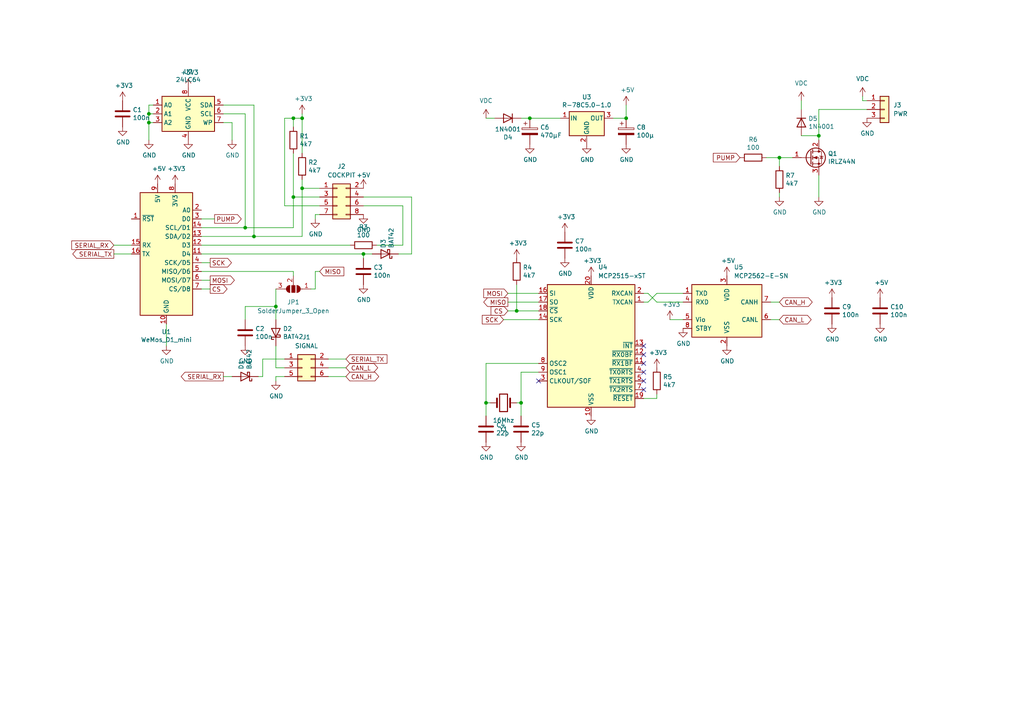
<source format=kicad_sch>
(kicad_sch (version 20211123) (generator eeschema)
  (paper "A4")
  (title_block (title "KTM CAN Oiler") (date "2022-01-17") (rev "1.3") (company "Marcel Peterkau"))
  (lib_symbols
    (symbol "Connector_Generic:Conn_01x03" (pin_names (offset 1.016) hide)
      (property "Reference" "J" (at 0 5.08 0))
      (property "Value" "Conn_01x03" (at 0 -5.08 0))
      (symbol "Conn_01x03_1_1"
        (rectangle (start -1.27 -2.413) (end 0 -2.667) (stroke (width 0.1524)))
        (rectangle (start -1.27 0.127) (end 0 -0.127) (stroke (width 0.1524)))
        (rectangle (start -1.27 2.667) (end 0 2.413) (stroke (width 0.1524)))
        (rectangle (start -1.27 3.81) (end 1.27 -3.81) (stroke (width 0.254)) (fill (type background)))
        (pin passive line (at -5.08 2.54 0) (length 3.81) (name "Pin_1") (number "1"))
        (pin passive line (at -5.08 0 0) (length 3.81) (name "Pin_2") (number "2"))
        (pin passive line (at -5.08 -2.54 0) (length 3.81) (name "Pin_3") (number "3"))
      )
    )
    (symbol "Connector_Generic:Conn_02x03_Odd_Even" (pin_names (offset 1.016) hide)
      (property "Reference" "J" (at 1.27 5.08 0))
      (property "Value" "Conn_02x03_Odd_Even" (at 1.27 -5.08 0))
      (symbol "Conn_02x03_Odd_Even_1_1"
        (rectangle (start -1.27 -2.413) (end 0 -2.667) (stroke (width 0.1524)))
        (rectangle (start -1.27 0.127) (end 0 -0.127) (stroke (width 0.1524)))
        (rectangle (start -1.27 2.667) (end 0 2.413) (stroke (width 0.1524)))
        (rectangle (start -1.27 3.81) (end 3.81 -3.81) (stroke (width 0.254)) (fill (type background)))
        (rectangle (start 3.81 -2.413) (end 2.54 -2.667) (stroke (width 0.1524)))
        (rectangle (start 3.81 0.127) (end 2.54 -0.127) (stroke (width 0.1524)))
        (rectangle (start 3.81 2.667) (end 2.54 2.413) (stroke (width 0.1524)))
        (pin passive line (at -5.08 2.54 0) (length 3.81) (name "Pin_1") (number "1"))
        (pin passive line (at 7.62 2.54 180) (length 3.81) (name "Pin_2") (number "2"))
        (pin passive line (at -5.08 0 0) (length 3.81) (name "Pin_3") (number "3"))
        (pin passive line (at 7.62 0 180) (length 3.81) (name "Pin_4") (number "4"))
        (pin passive line (at -5.08 -2.54 0) (length 3.81) (name "Pin_5") (number "5"))
        (pin passive line (at 7.62 -2.54 180) (length 3.81) (name "Pin_6") (number "6"))
      )
    )
    (symbol "Connector_Generic:Conn_02x04_Odd_Even" (pin_names (offset 1.016) hide)
      (property "Reference" "J" (at 1.27 5.08 0))
      (property "Value" "Conn_02x04_Odd_Even" (at 1.27 -7.62 0))
      (symbol "Conn_02x04_Odd_Even_1_1"
        (rectangle (start -1.27 -4.953) (end 0 -5.207) (stroke (width 0.1524)))
        (rectangle (start -1.27 -2.413) (end 0 -2.667) (stroke (width 0.1524)))
        (rectangle (start -1.27 0.127) (end 0 -0.127) (stroke (width 0.1524)))
        (rectangle (start -1.27 2.667) (end 0 2.413) (stroke (width 0.1524)))
        (rectangle (start -1.27 3.81) (end 3.81 -6.35) (stroke (width 0.254)) (fill (type background)))
        (rectangle (start 3.81 -4.953) (end 2.54 -5.207) (stroke (width 0.1524)))
        (rectangle (start 3.81 -2.413) (end 2.54 -2.667) (stroke (width 0.1524)))
        (rectangle (start 3.81 0.127) (end 2.54 -0.127) (stroke (width 0.1524)))
        (rectangle (start 3.81 2.667) (end 2.54 2.413) (stroke (width 0.1524)))
        (pin passive line (at -5.08 2.54 0) (length 3.81) (name "Pin_1") (number "1"))
        (pin passive line (at 7.62 2.54 180) (length 3.81) (name "Pin_2") (number "2"))
        (pin passive line (at -5.08 0 0) (length 3.81) (name "Pin_3") (number "3"))
        (pin passive line (at 7.62 0 180) (length 3.81) (name "Pin_4") (number "4"))
        (pin passive line (at -5.08 -2.54 0) (length 3.81) (name "Pin_5") (number "5"))
        (pin passive line (at 7.62 -2.54 180) (length 3.81) (name "Pin_6") (number "6"))
        (pin passive line (at -5.08 -5.08 0) (length 3.81) (name "Pin_7") (number "7"))
        (pin passive line (at 7.62 -5.08 180) (length 3.81) (name "Pin_8") (number "8"))
      )
    )
    (symbol "Device:C" (pin_numbers hide) (pin_names (offset 0.254))
      (property "Reference" "C" (at 0.635 2.54 0))
      (property "Value" "C" (at 0.635 -2.54 0))
      (symbol "C_0_1"
        (polyline (pts (xy -2.032 -0.762) (xy 2.032 -0.762)) (stroke (width 0.508)))
        (polyline (pts (xy -2.032 0.762) (xy 2.032 0.762)) (stroke (width 0.508)))
      )
      (symbol "C_1_1"
        (pin passive line (at 0 3.81 270) (length 2.794) (name "~") (number "1"))
        (pin passive line (at 0 -3.81 90) (length 2.794) (name "~") (number "2"))
      )
    )
    (symbol "Device:CP" (pin_numbers hide) (pin_names (offset 0.254))
      (property "Reference" "C" (at 0.635 2.54 0))
      (property "Value" "Device_CP" (at 0.635 -2.54 0))
      (symbol "CP_0_1"
        (rectangle (start -2.286 0.508) (end 2.286 1.016))
        (polyline (pts (xy -1.778 2.286) (xy -0.762 2.286)))
        (polyline (pts (xy -1.27 2.794) (xy -1.27 1.778)))
        (rectangle (start 2.286 -0.508) (end -2.286 -1.016) (fill (type outline)))
      )
      (symbol "CP_1_1"
        (pin passive line (at 0 3.81 270) (length 2.794) (name "~") (number "1"))
        (pin passive line (at 0 -3.81 90) (length 2.794) (name "~") (number "2"))
      )
    )
    (symbol "Device:Crystal" (pin_numbers hide) (pin_names (offset 1.016) hide)
      (property "Reference" "Y1" (at 0 7.62 0))
      (property "Value" "16Mhz" (at 0 5.08 0))
      (symbol "Crystal_0_1"
        (rectangle (start -1.143 2.54) (end 1.143 -2.54) (stroke (width 0.3048)))
        (polyline (pts (xy -2.54 0) (xy -1.905 0)))
        (polyline (pts (xy -1.905 -1.27) (xy -1.905 1.27)) (stroke (width 0.508)))
        (polyline (pts (xy 1.905 -1.27) (xy 1.905 1.27)) (stroke (width 0.508)))
        (polyline (pts (xy 2.54 0) (xy 1.905 0)))
      )
      (symbol "Crystal_1_1"
        (pin passive line (at -3.81 0 0) (length 1.27) (name "1") (number "1"))
        (pin passive line (at 3.81 0 180) (length 1.27) (name "3") (number "3"))
      )
    )
    (symbol "Device:R" (pin_numbers hide) (pin_names (offset 0))
      (property "Reference" "R" (at 2.032 0 90))
      (property "Value" "R" (at 0 0 90))
      (symbol "R_0_1"
        (rectangle (start -1.016 -2.54) (end 1.016 2.54) (stroke (width 0.254)))
      )
      (symbol "R_1_1"
        (pin passive line (at 0 3.81 270) (length 1.27) (name "~") (number "1"))
        (pin passive line (at 0 -3.81 90) (length 1.27) (name "~") (number "2"))
      )
    )
    (symbol "Diode:1N4001" (pin_numbers hide) (pin_names (offset 1.016) hide)
      (property "Reference" "D" (at 0 2.54 0))
      (property "Value" "1N4001" (at 0 -2.54 0))
      (symbol "1N4001_0_1"
        (polyline (pts (xy -1.27 1.27) (xy -1.27 -1.27)) (stroke (width 0.254)))
        (polyline (pts (xy 1.27 0) (xy -1.27 0)))
        (polyline (pts (xy 1.27 1.27) (xy 1.27 -1.27) (xy -1.27 0) (xy 1.27 1.27)) (stroke (width 0.254)))
      )
      (symbol "1N4001_1_1"
        (pin passive line (at -3.81 0 0) (length 2.54) (name "K") (number "1"))
        (pin passive line (at 3.81 0 180) (length 2.54) (name "A") (number "2"))
      )
    )
    (symbol "Diode:BAT42" (pin_numbers hide) (pin_names (offset 1.016) hide)
      (property "Reference" "D" (at 0 2.54 0))
      (property "Value" "BAT42" (at 0 -2.54 0))
      (symbol "BAT42_0_1"
        (polyline (pts (xy 1.27 0) (xy -1.27 0)))
        (polyline (pts (xy 1.27 1.27) (xy 1.27 -1.27) (xy -1.27 0) (xy 1.27 1.27)) (stroke (width 0.254)))
        (polyline (pts (xy -1.905 0.635) (xy -1.905 1.27) (xy -1.27 1.27) (xy -1.27 -1.27) (xy -0.635 -1.27) (xy -0.635 -0.635)) (stroke (width 0.254)))
      )
      (symbol "BAT42_1_1"
        (pin passive line (at -3.81 0 0) (length 2.54) (name "K") (number "1"))
        (pin passive line (at 3.81 0 180) (length 2.54) (name "A") (number "2"))
      )
    )
    (symbol "Interface_CAN_LIN:MCP2515-xST"
      (property "Reference" "U" (at -10.16 19.685 0))
      (property "Value" "MCP2515-xST" (at 19.05 20.32 0))
      (symbol "MCP2515-xST_0_1"
        (rectangle (start -12.7 17.78) (end 12.7 -17.78) (stroke (width 0.254)) (fill (type background)))
      )
      (symbol "MCP2515-xST_1_1"
        (pin output line (at 15.24 12.7 180) (length 2.54) (name "TXCAN") (number "1"))
        (pin power_in line (at 0 -20.32 90) (length 2.54) (name "VSS") (number "10"))
        (pin output line (at 15.24 -5.08 180) (length 2.54) (name "~{RX1BF}") (number "11"))
        (pin output line (at 15.24 -2.54 180) (length 2.54) (name "~{RX0BF}") (number "12"))
        (pin output line (at 15.24 0 180) (length 2.54) (name "~{INT}") (number "13"))
        (pin input line (at -15.24 7.62 0) (length 2.54) (name "SCK") (number "14"))
        (pin no_connect line (at -12.7 -2.54 0) (length 2.54) hide (name "NC") (number "15"))
        (pin input line (at -15.24 15.24 0) (length 2.54) (name "SI") (number "16"))
        (pin output line (at -15.24 12.7 0) (length 2.54) (name "SO") (number "17"))
        (pin input line (at -15.24 10.16 0) (length 2.54) (name "~{CS}") (number "18"))
        (pin input line (at 15.24 -15.24 180) (length 2.54) (name "~{RESET}") (number "19"))
        (pin input line (at 15.24 15.24 180) (length 2.54) (name "RXCAN") (number "2"))
        (pin power_in line (at 0 20.32 270) (length 2.54) (name "VDD") (number "20"))
        (pin output line (at -15.24 -10.16 0) (length 2.54) (name "CLKOUT/SOF") (number "3"))
        (pin input line (at 15.24 -7.62 180) (length 2.54) (name "~{TX0RTS}") (number "4"))
        (pin input line (at 15.24 -10.16 180) (length 2.54) (name "~{TX1RTS}") (number "5"))
        (pin no_connect line (at -12.7 0 0) (length 2.54) hide (name "NC") (number "6"))
        (pin input line (at 15.24 -12.7 180) (length 2.54) (name "~{TX2RTS}") (number "7"))
        (pin output line (at -15.24 -5.08 0) (length 2.54) (name "OSC2") (number "8"))
        (pin input line (at -15.24 -7.62 0) (length 2.54) (name "OSC1") (number "9"))
      )
    )
    (symbol "Interface_CAN_LIN:MCP2562-E-SN" (pin_names (offset 1.016))
      (property "Reference" "U" (at -10.16 8.89 0))
      (property "Value" "MCP2562-E-SN" (at 2.54 8.89 0))
      (symbol "MCP2562-E-SN_0_1"
        (rectangle (start -10.16 7.62) (end 10.16 -7.62) (stroke (width 0.254)) (fill (type background)))
      )
      (symbol "MCP2562-E-SN_1_1"
        (pin input line (at -12.7 5.08 0) (length 2.54) (name "TXD") (number "1"))
        (pin power_in line (at 0 -10.16 90) (length 2.54) (name "VSS") (number "2"))
        (pin power_in line (at 0 10.16 270) (length 2.54) (name "VDD") (number "3"))
        (pin output line (at -12.7 2.54 0) (length 2.54) (name "RXD") (number "4"))
        (pin power_in line (at -12.7 -2.54 0) (length 2.54) (name "Vio") (number "5"))
        (pin bidirectional line (at 12.7 -2.54 180) (length 2.54) (name "CANL") (number "6"))
        (pin bidirectional line (at 12.7 2.54 180) (length 2.54) (name "CANH") (number "7"))
        (pin input line (at -12.7 -5.08 0) (length 2.54) (name "STBY") (number "8"))
      )
    )
    (symbol "Jumper:SolderJumper_3_Open" (pin_names (offset 0) hide)
      (property "Reference" "JP" (at -2.54 -2.54 0))
      (property "Value" "SolderJumper_3_Open" (at 0 2.794 0))
      (symbol "SolderJumper_3_Open_0_1"
        (arc (start -1.016 1.016) (mid -2.032 0) (end -1.016 -1.016))
        (arc (start -1.016 1.016) (mid -2.032 0) (end -1.016 -1.016) (fill (type outline)))
        (rectangle (start -0.508 1.016) (end 0.508 -1.016) (fill (type outline)))
        (polyline (pts (xy -2.54 0) (xy -2.032 0)))
        (polyline (pts (xy -1.016 1.016) (xy -1.016 -1.016)))
        (polyline (pts (xy 0 -1.27) (xy 0 -1.016)))
        (polyline (pts (xy 1.016 1.016) (xy 1.016 -1.016)))
        (polyline (pts (xy 2.54 0) (xy 2.032 0)))
        (arc (start 1.016 -1.016) (mid 2.032 0) (end 1.016 1.016))
        (arc (start 1.016 -1.016) (mid 2.032 0) (end 1.016 1.016) (fill (type outline)))
      )
      (symbol "SolderJumper_3_Open_1_1"
        (pin passive line (at -5.08 0 0) (length 2.54) (name "A") (number "1"))
        (pin input line (at 0 -3.81 90) (length 2.54) (name "C") (number "2"))
        (pin passive line (at 5.08 0 180) (length 2.54) (name "B") (number "3"))
      )
    )
    (symbol "MCU_Module:WeMos_D1_mini"
      (property "Reference" "U" (at 3.81 19.05 0))
      (property "Value" "WeMos_D1_mini" (at 1.27 -19.05 0))
      (symbol "WeMos_D1_mini_1_1"
        (rectangle (start -7.62 17.78) (end 7.62 -17.78) (stroke (width 0.254)) (fill (type background)))
        (pin input line (at -10.16 10.16 0) (length 2.54) (name "~{RST}") (number "1"))
        (pin power_in line (at 0 -20.32 90) (length 2.54) (name "GND") (number "10"))
        (pin bidirectional line (at 10.16 0 180) (length 2.54) (name "D4") (number "11"))
        (pin bidirectional line (at 10.16 2.54 180) (length 2.54) (name "D3") (number "12"))
        (pin bidirectional line (at 10.16 5.08 180) (length 2.54) (name "SDA/D2") (number "13"))
        (pin bidirectional line (at 10.16 7.62 180) (length 2.54) (name "SCL/D1") (number "14"))
        (pin input line (at -10.16 2.54 0) (length 2.54) (name "RX") (number "15"))
        (pin output line (at -10.16 0 0) (length 2.54) (name "TX") (number "16"))
        (pin input line (at 10.16 12.7 180) (length 2.54) (name "A0") (number "2"))
        (pin bidirectional line (at 10.16 10.16 180) (length 2.54) (name "D0") (number "3"))
        (pin bidirectional line (at 10.16 -2.54 180) (length 2.54) (name "SCK/D5") (number "4"))
        (pin bidirectional line (at 10.16 -5.08 180) (length 2.54) (name "MISO/D6") (number "5"))
        (pin bidirectional line (at 10.16 -7.62 180) (length 2.54) (name "MOSI/D7") (number "6"))
        (pin bidirectional line (at 10.16 -10.16 180) (length 2.54) (name "CS/D8") (number "7"))
        (pin power_out line (at 2.54 20.32 270) (length 2.54) (name "3V3") (number "8"))
        (pin power_in line (at -2.54 20.32 270) (length 2.54) (name "5V") (number "9"))
      )
    )
    (symbol "Memory_EEPROM:24LC64"
      (property "Reference" "U" (at -6.35 6.35 0))
      (property "Value" "24LC64" (at 1.27 6.35 0))
      (symbol "24LC64_1_1"
        (rectangle (start -7.62 5.08) (end 7.62 -5.08) (stroke (width 0.254)) (fill (type background)))
        (pin input line (at -10.16 2.54 0) (length 2.54) (name "A0") (number "1"))
        (pin input line (at -10.16 0 0) (length 2.54) (name "A1") (number "2"))
        (pin input line (at -10.16 -2.54 0) (length 2.54) (name "A2") (number "3"))
        (pin power_in line (at 0 -7.62 90) (length 2.54) (name "GND") (number "4"))
        (pin bidirectional line (at 10.16 2.54 180) (length 2.54) (name "SDA") (number "5"))
        (pin input line (at 10.16 0 180) (length 2.54) (name "SCL") (number "6"))
        (pin input line (at 10.16 -2.54 180) (length 2.54) (name "WP") (number "7"))
        (pin power_in line (at 0 7.62 270) (length 2.54) (name "VCC") (number "8"))
      )
    )
    (symbol "Regulator_Switching:R-78C5.0-1.0" (pin_names (offset 0.254))
      (property "Reference" "U" (at -3.81 3.175 0))
      (property "Value" "R-78C5.0-1.0" (at 0 3.175 0))
      (symbol "R-78C5.0-1.0_0_1"
        (rectangle (start -5.08 1.905) (end 5.08 -5.08) (stroke (width 0.254)) (fill (type background)))
      )
      (symbol "R-78C5.0-1.0_1_1"
        (pin power_in line (at -7.62 0 0) (length 2.54) (name "IN") (number "1"))
        (pin power_in line (at 0 -7.62 90) (length 2.54) (name "GND") (number "2"))
        (pin power_out line (at 7.62 0 180) (length 2.54) (name "OUT") (number "3"))
      )
    )
    (symbol "Transistor_FET:IRLZ44N" (pin_names hide)
      (property "Reference" "Q" (at 6.35 1.905 0))
      (property "Value" "IRLZ44N" (at 6.35 0 0))
      (symbol "IRLZ44N_0_1"
        (polyline (pts (xy 0.254 0) (xy -2.54 0)))
        (polyline (pts (xy 0.254 1.905) (xy 0.254 -1.905)) (stroke (width 0.254)))
        (polyline (pts (xy 0.762 -1.27) (xy 0.762 -2.286)) (stroke (width 0.254)))
        (polyline (pts (xy 0.762 0.508) (xy 0.762 -0.508)) (stroke (width 0.254)))
        (polyline (pts (xy 0.762 2.286) (xy 0.762 1.27)) (stroke (width 0.254)))
        (polyline (pts (xy 2.54 2.54) (xy 2.54 1.778)))
        (polyline (pts (xy 2.54 -2.54) (xy 2.54 0) (xy 0.762 0)))
        (polyline (pts (xy 0.762 -1.778) (xy 3.302 -1.778) (xy 3.302 1.778) (xy 0.762 1.778)))
        (polyline (pts (xy 1.016 0) (xy 2.032 0.381) (xy 2.032 -0.381) (xy 1.016 0)) (fill (type outline)))
        (polyline (pts (xy 2.794 0.508) (xy 2.921 0.381) (xy 3.683 0.381) (xy 3.81 0.254)))
        (polyline (pts (xy 3.302 0.381) (xy 2.921 -0.254) (xy 3.683 -0.254) (xy 3.302 0.381)))
        (circle (center 1.651 0) (radius 2.794) (stroke (width 0.254)))
        (circle (center 2.54 -1.778) (radius 0.254) (fill (type outline)))
        (circle (center 2.54 1.778) (radius 0.254) (fill (type outline)))
      )
      (symbol "IRLZ44N_1_1"
        (pin input line (at -5.08 0 0) (length 2.54) (name "G") (number "1"))
        (pin passive line (at 2.54 5.08 270) (length 2.54) (name "D") (number "2"))
        (pin passive line (at 2.54 -5.08 90) (length 2.54) (name "S") (number "3"))
      )
    )
    (symbol "power:+3.3V" (power) (pin_names (offset 0))
      (property "Value" "+3.3V" (at 0 3.556 0))
      (symbol "+3.3V_0_1"
        (polyline (pts (xy -0.762 1.27) (xy 0 2.54)))
        (polyline (pts (xy 0 0) (xy 0 2.54)))
        (polyline (pts (xy 0 2.54) (xy 0.762 1.27)))
      )
      (symbol "+3.3V_1_1"
        (pin power_in line (at 0 0 90) (length 0) hide (name "+3V3") (number "1"))
      )
    )
    (symbol "power:+5V" (power) (pin_names (offset 0))
      (property "Value" "+5V" (at 0 3.556 0))
      (symbol "+5V_0_1"
        (polyline (pts (xy -0.762 1.27) (xy 0 2.54)))
        (polyline (pts (xy 0 0) (xy 0 2.54)))
        (polyline (pts (xy 0 2.54) (xy 0.762 1.27)))
      )
      (symbol "+5V_1_1"
        (pin power_in line (at 0 0 90) (length 0) hide (name "+5V") (number "1"))
      )
    )
    (symbol "power:GND" (power) (pin_names (offset 0))
      (property "Value" "GND" (at 0 -3.81 0))
      (symbol "GND_0_1"
        (polyline (pts (xy 0 0) (xy 0 -1.27) (xy 1.27 -1.27) (xy 0 -2.54) (xy -1.27 -1.27) (xy 0 -1.27)))
      )
      (symbol "GND_1_1"
        (pin power_in line (at 0 0 270) (length 0) hide (name "GND") (number "1"))
      )
    )
    (symbol "power:VDC" (power) (pin_names (offset 0))
      (property "Value" "VDC" (at 0 6.35 0))
      (symbol "VDC_0_1"
        (polyline (pts (xy -0.762 1.27) (xy 0 2.54)))
        (polyline (pts (xy 0 0) (xy 0 2.54)))
        (polyline (pts (xy 0 2.54) (xy 0.762 1.27)))
      )
      (symbol "VDC_1_1"
        (pin power_in line (at 0 0 90) (length 0) hide (name "VDC") (number "1"))
      )
    )
  )
  (junction (at 85.09 57.15))
  (junction (at 226.06 45.72))
  (junction (at 80.01 88.9))
  (junction (at 87.63 34.29))
  (junction (at 87.63 54.61))
  (junction (at 237.49 39.37))
  (junction (at 73.66 68.58))
  (junction (at 151.13 116.84))
  (junction (at 43.18 33.02))
  (junction (at 105.41 73.66))
  (junction (at 181.61 34.29))
  (junction (at 71.12 66.04))
  (junction (at 149.86 90.17))
  (junction (at 140.97 116.84))
  (junction (at 153.67 34.29))
  (junction (at 85.09 34.29))
  (junction (at 43.18 35.56))
  (no_connect (at 186.69 113.03))
  (no_connect (at 186.69 110.49))
  (no_connect (at 186.69 107.95))
  (no_connect (at 186.69 105.41))
  (no_connect (at 186.69 102.87))
  (no_connect (at 186.69 100.33))
  (no_connect (at 156.21 110.49))
  (wire (pts (xy 82.55 34.29) (xy 85.09 34.29)))
  (wire (pts (xy 140.97 116.84) (xy 140.97 105.41)))
  (wire (pts (xy 92.71 62.23) (xy 91.44 62.23)))
  (wire (pts (xy 105.41 73.66) (xy 107.95 73.66)))
  (wire (pts (xy 190.5 85.09) (xy 198.12 85.09)))
  (wire (pts (xy 48.26 100.33) (xy 48.26 93.98)))
  (wire (pts (xy 58.42 66.04) (xy 71.12 66.04)))
  (wire (pts (xy 58.42 68.58) (xy 73.66 68.58)))
  (wire (pts (xy 43.18 30.48) (xy 43.18 33.02)))
  (wire (pts (xy 80.01 106.68) (xy 82.55 106.68)))
  (wire (pts (xy 149.86 90.17) (xy 149.86 82.55)))
  (wire (pts (xy 76.2 104.14) (xy 76.2 109.22)))
  (wire (pts (xy 105.41 59.69) (xy 116.84 59.69)))
  (wire (pts (xy 250.19 29.21) (xy 251.46 29.21)))
  (wire (pts (xy 186.69 87.63) (xy 187.96 87.63)))
  (wire (pts (xy 146.05 92.71) (xy 156.21 92.71)))
  (wire (pts (xy 92.71 78.74) (xy 91.44 78.74)))
  (wire (pts (xy 71.12 66.04) (xy 85.09 66.04)))
  (wire (pts (xy 33.02 71.12) (xy 38.1 71.12)))
  (wire (pts (xy 237.49 31.75) (xy 237.49 39.37)))
  (wire (pts (xy 223.52 92.71) (xy 226.06 92.71)))
  (wire (pts (xy 44.45 33.02) (xy 43.18 33.02)))
  (wire (pts (xy 109.22 71.12) (xy 116.84 71.12)))
  (wire (pts (xy 190.5 114.3) (xy 190.5 115.57)))
  (wire (pts (xy 43.18 35.56) (xy 43.18 40.64)))
  (wire (pts (xy 140.97 116.84) (xy 142.24 116.84)))
  (wire (pts (xy 85.09 78.74) (xy 85.09 80.01)))
  (wire (pts (xy 105.41 57.15) (xy 119.38 57.15)))
  (wire (pts (xy 80.01 83.82) (xy 80.01 88.9)))
  (wire (pts (xy 222.25 45.72) (xy 226.06 45.72)))
  (wire (pts (xy 85.09 44.45) (xy 85.09 57.15)))
  (wire (pts (xy 95.25 104.14) (xy 100.33 104.14)))
  (wire (pts (xy 82.55 104.14) (xy 76.2 104.14)))
  (wire (pts (xy 71.12 92.71) (xy 71.12 88.9)))
  (wire (pts (xy 187.96 87.63) (xy 190.5 85.09)))
  (wire (pts (xy 87.63 54.61) (xy 92.71 54.61)))
  (wire (pts (xy 190.5 87.63) (xy 198.12 87.63)))
  (wire (pts (xy 58.42 73.66) (xy 105.41 73.66)))
  (wire (pts (xy 64.77 35.56) (xy 67.31 35.56)))
  (wire (pts (xy 156.21 90.17) (xy 149.86 90.17)))
  (wire (pts (xy 85.09 57.15) (xy 92.71 57.15)))
  (wire (pts (xy 151.13 34.29) (xy 153.67 34.29)))
  (wire (pts (xy 147.32 90.17) (xy 149.86 90.17)))
  (wire (pts (xy 64.77 109.22) (xy 67.31 109.22)))
  (wire (pts (xy 85.09 34.29) (xy 85.09 36.83)))
  (wire (pts (xy 71.12 33.02) (xy 71.12 66.04)))
  (wire (pts (xy 151.13 116.84) (xy 151.13 107.95)))
  (wire (pts (xy 186.69 115.57) (xy 190.5 115.57)))
  (wire (pts (xy 44.45 30.48) (xy 43.18 30.48)))
  (wire (pts (xy 95.25 109.22) (xy 100.33 109.22)))
  (wire (pts (xy 105.41 73.66) (xy 105.41 74.93)))
  (wire (pts (xy 181.61 34.29) (xy 181.61 30.48)))
  (wire (pts (xy 226.06 45.72) (xy 229.87 45.72)))
  (wire (pts (xy 82.55 59.69) (xy 82.55 34.29)))
  (wire (pts (xy 147.32 85.09) (xy 156.21 85.09)))
  (wire (pts (xy 223.52 87.63) (xy 226.06 87.63)))
  (wire (pts (xy 237.49 57.15) (xy 237.49 50.8)))
  (wire (pts (xy 85.09 34.29) (xy 87.63 34.29)))
  (wire (pts (xy 115.57 73.66) (xy 119.38 73.66)))
  (wire (pts (xy 232.41 29.21) (xy 232.41 31.75)))
  (wire (pts (xy 64.77 33.02) (xy 71.12 33.02)))
  (wire (pts (xy 87.63 34.29) (xy 87.63 33.02)))
  (wire (pts (xy 187.96 85.09) (xy 190.5 87.63)))
  (wire (pts (xy 237.49 40.64) (xy 237.49 39.37)))
  (wire (pts (xy 67.31 35.56) (xy 67.31 40.64)))
  (wire (pts (xy 119.38 57.15) (xy 119.38 73.66)))
  (wire (pts (xy 116.84 59.69) (xy 116.84 71.12)))
  (wire (pts (xy 74.93 109.22) (xy 76.2 109.22)))
  (wire (pts (xy 140.97 34.29) (xy 143.51 34.29)))
  (wire (pts (xy 58.42 78.74) (xy 85.09 78.74)))
  (wire (pts (xy 186.69 85.09) (xy 187.96 85.09)))
  (wire (pts (xy 58.42 71.12) (xy 101.6 71.12)))
  (wire (pts (xy 43.18 33.02) (xy 43.18 35.56)))
  (wire (pts (xy 71.12 88.9) (xy 80.01 88.9)))
  (wire (pts (xy 149.86 116.84) (xy 151.13 116.84)))
  (wire (pts (xy 58.42 76.2) (xy 60.96 76.2)))
  (wire (pts (xy 58.42 81.28) (xy 60.96 81.28)))
  (wire (pts (xy 237.49 31.75) (xy 251.46 31.75)))
  (wire (pts (xy 226.06 57.15) (xy 226.06 55.88)))
  (wire (pts (xy 151.13 107.95) (xy 156.21 107.95)))
  (wire (pts (xy 147.32 87.63) (xy 156.21 87.63)))
  (wire (pts (xy 58.42 63.5) (xy 62.23 63.5)))
  (wire (pts (xy 87.63 52.07) (xy 87.63 54.61)))
  (wire (pts (xy 87.63 68.58) (xy 87.63 54.61)))
  (wire (pts (xy 80.01 100.33) (xy 80.01 106.68)))
  (wire (pts (xy 140.97 120.65) (xy 140.97 116.84)))
  (wire (pts (xy 194.31 92.71) (xy 198.12 92.71)))
  (wire (pts (xy 232.41 39.37) (xy 237.49 39.37)))
  (wire (pts (xy 91.44 62.23) (xy 91.44 63.5)))
  (wire (pts (xy 58.42 83.82) (xy 60.96 83.82)))
  (wire (pts (xy 80.01 109.22) (xy 82.55 109.22)))
  (wire (pts (xy 73.66 68.58) (xy 87.63 68.58)))
  (wire (pts (xy 91.44 78.74) (xy 91.44 83.82)))
  (wire (pts (xy 44.45 35.56) (xy 43.18 35.56)))
  (wire (pts (xy 151.13 120.65) (xy 151.13 116.84)))
  (wire (pts (xy 90.17 83.82) (xy 91.44 83.82)))
  (wire (pts (xy 33.02 73.66) (xy 38.1 73.66)))
  (wire (pts (xy 64.77 30.48) (xy 73.66 30.48)))
  (wire (pts (xy 226.06 48.26) (xy 226.06 45.72)))
  (wire (pts (xy 85.09 66.04) (xy 85.09 57.15)))
  (wire (pts (xy 140.97 105.41) (xy 156.21 105.41)))
  (wire (pts (xy 177.8 34.29) (xy 181.61 34.29)))
  (wire (pts (xy 87.63 44.45) (xy 87.63 34.29)))
  (wire (pts (xy 92.71 59.69) (xy 82.55 59.69)))
  (wire (pts (xy 95.25 106.68) (xy 100.33 106.68)))
  (wire (pts (xy 250.19 27.94) (xy 250.19 29.21)))
  (wire (pts (xy 73.66 30.48) (xy 73.66 68.58)))
  (wire (pts (xy 80.01 110.49) (xy 80.01 109.22)))
  (wire (pts (xy 80.01 92.71) (xy 80.01 88.9)))
  (wire (pts (xy 153.67 34.29) (xy 162.56 34.29)))
  (global_label "MOSI" (shape output) (at 60.96 81.28 0) (property "Intersheet References" "${INTERSHEET_REFS}" (effects hide)))
  (global_label "SCK" (shape input) (at 146.05 92.71 180) (property "Intersheet References" "${INTERSHEET_REFS}" (effects hide)))
  (global_label "CAN_L" (shape bidirectional) (at 100.33 106.68 0) (property "Intersheet References" "${INTERSHEET_REFS}" (effects hide)))
  (global_label "SERIAL_TX" (shape input) (at 100.33 104.14 0) (property "Intersheet References" "${INTERSHEET_REFS}" (effects hide)))
  (global_label "CS" (shape output) (at 60.96 83.82 0) (property "Intersheet References" "${INTERSHEET_REFS}" (effects hide)))
  (global_label "SCK" (shape output) (at 60.96 76.2 0) (property "Intersheet References" "${INTERSHEET_REFS}" (effects hide)))
  (global_label "PUMP" (shape output) (at 62.23 63.5 0) (property "Intersheet References" "${INTERSHEET_REFS}" (effects hide)))
  (global_label "CAN_H" (shape bidirectional) (at 100.33 109.22 0) (property "Intersheet References" "${INTERSHEET_REFS}" (effects hide)))
  (global_label "SERIAL_TX" (shape output) (at 33.02 73.66 180) (property "Intersheet References" "${INTERSHEET_REFS}" (effects hide)))
  (global_label "PUMP" (shape input) (at 214.63 45.72 180) (property "Intersheet References" "${INTERSHEET_REFS}" (effects hide)))
  (global_label "MOSI" (shape input) (at 147.32 85.09 180) (property "Intersheet References" "${INTERSHEET_REFS}" (effects hide)))
  (global_label "CAN_H" (shape bidirectional) (at 226.06 87.63 0) (property "Intersheet References" "${INTERSHEET_REFS}" (effects hide)))
  (global_label "SERIAL_RX" (shape input) (at 33.02 71.12 180) (property "Intersheet References" "${INTERSHEET_REFS}" (effects hide)))
  (global_label "SERIAL_RX" (shape output) (at 64.77 109.22 180) (property "Intersheet References" "${INTERSHEET_REFS}" (effects hide)))
  (global_label "CAN_L" (shape bidirectional) (at 226.06 92.71 0) (property "Intersheet References" "${INTERSHEET_REFS}" (effects hide)))
  (global_label "CS" (shape input) (at 147.32 90.17 180) (property "Intersheet References" "${INTERSHEET_REFS}" (effects hide)))
  (global_label "MISO" (shape input) (at 92.71 78.74 0) (property "Intersheet References" "${INTERSHEET_REFS}" (effects hide)))
  (global_label "MISO" (shape output) (at 147.32 87.63 180) (property "Intersheet References" "${INTERSHEET_REFS}" (effects hide)))
  (symbol (lib_id "MCU_Module:WeMos_D1_mini") (at 48.26 73.66 0) (unit 1)
    (property "Reference" "U1" (at 48.26 96.2406 0))
    (property "Value" "WeMos_D1_mini" (at 48.26 98.552 0))
    (property "Footprint" "Module:WEMOS_D1_mini_light" (effects hide))
    (property "Datasheet" "https://wiki.wemos.cc/products:d1:d1_mini#documentation" (effects hide))
  )
  (symbol (lib_id "Transistor_FET:IRLZ44N") (at 234.95 45.72 0) (unit 1)
    (property "Reference" "Q1" (at 240.1316 44.5516 0) (effects (justify left)))
    (property "Value" "IRLZ44N" (at 240.1316 46.863 0) (effects (justify left)))
    (property "Footprint" "Package_TO_SOT_THT:TO-220-3_Vertical" (effects hide))
    (property "Datasheet" "http://www.irf.com/product-info/datasheets/data/irlz44n.pdf" (effects hide))
  )
  (symbol (lib_id "Device:R") (at 226.06 52.07 0) (unit 1)
    (property "Reference" "R7" (at 227.838 50.9016 0) (effects (justify left)))
    (property "Value" "4k7" (at 227.838 53.213 0) (effects (justify left)))
    (property "Footprint" "Resistor_SMD:R_0805_2012Metric_Pad1.20x1.40mm_HandSolder" (effects hide))
  )
  (symbol (lib_id "Device:R") (at 218.44 45.72 270) (unit 1)
    (property "Reference" "R6" (at 218.44 40.4622 90))
    (property "Value" "100" (at 218.44 42.7736 90))
    (property "Footprint" "Resistor_SMD:R_0805_2012Metric_Pad1.20x1.40mm_HandSolder" (effects hide))
  )
  (symbol (lib_id "power:GND") (at 226.06 57.15 0) (unit 1)
    (property "Reference" "#PWR034" (effects hide))
    (property "Value" "GND" (at 226.187 61.5442 0))
  )
  (symbol (lib_id "power:GND") (at 237.49 57.15 0) (unit 1)
    (property "Reference" "#PWR036" (effects hide))
    (property "Value" "GND" (at 237.617 61.5442 0))
  )
  (symbol (lib_id "power:GND") (at 48.26 100.33 0) (unit 1)
    (property "Reference" "#PWR05" (effects hide))
    (property "Value" "GND" (at 48.387 104.7242 0))
  )
  (symbol (lib_id "power:GND") (at 251.46 34.29 0) (unit 1)
    (property "Reference" "#PWR040" (effects hide))
    (property "Value" "GND" (at 251.587 38.6842 0))
  )
  (symbol (lib_id "power:GND") (at 170.18 41.91 0) (unit 1)
    (property "Reference" "#PWR024" (effects hide))
    (property "Value" "GND" (at 170.307 46.3042 0))
  )
  (symbol (lib_id "power:+3.3V") (at 50.8 53.34 0) (unit 1)
    (property "Reference" "#PWR06" (effects hide))
    (property "Value" "+3.3V" (at 51.181 48.9458 0))
  )
  (symbol (lib_id "Regulator_Switching:R-78C5.0-1.0") (at 170.18 34.29 0) (unit 1)
    (property "Reference" "U3" (at 170.18 28.1432 0))
    (property "Value" "R-78C5.0-1.0" (at 170.18 30.4546 0))
    (property "Footprint" "Converter_DCDC:Converter_DCDC_RECOM_R-78E-0.5_THT" (effects hide))
    (property "Datasheet" "https://www.recom-power.com/pdf/Innoline/R-78Cxx-1.0.pdf" (effects hide))
  )
  (symbol (lib_id "power:+5V") (at 45.72 53.34 0) (unit 1)
    (property "Reference" "#PWR04" (effects hide))
    (property "Value" "+5V" (at 46.101 48.9458 0))
  )
  (symbol (lib_id "power:+5V") (at 181.61 30.48 0) (unit 1)
    (property "Reference" "#PWR027" (effects hide))
    (property "Value" "+5V" (at 181.991 26.0858 0))
  )
  (symbol (lib_id "Diode:BAT42") (at 80.01 96.52 90) (unit 1)
    (property "Reference" "D2" (at 82.042 95.3516 90) (effects (justify right)))
    (property "Value" "BAT42" (at 82.042 97.663 90) (effects (justify right)))
    (property "Footprint" "Diode_SMD:D_SOD-123" (effects hide))
    (property "Datasheet" "http://www.vishay.com/docs/85660/bat42.pdf" (effects hide))
    (property "Reichelt Order No." "BAT 42" (effects hide))
  )
  (symbol (lib_id "Device:C") (at 105.41 78.74 0) (unit 1)
    (property "Reference" "C3" (at 108.331 77.5716 0) (effects (justify left)))
    (property "Value" "100n" (at 108.331 79.883 0) (effects (justify left)))
    (property "Footprint" "Capacitor_SMD:C_0805_2012Metric_Pad1.18x1.45mm_HandSolder" (effects hide))
  )
  (symbol (lib_id "Device:C") (at 71.12 96.52 0) (unit 1)
    (property "Reference" "C2" (at 74.041 95.3516 0) (effects (justify left)))
    (property "Value" "100n" (at 74.041 97.663 0) (effects (justify left)))
    (property "Footprint" "Capacitor_SMD:C_0805_2012Metric_Pad1.18x1.45mm_HandSolder" (effects hide))
  )
  (symbol (lib_id "power:GND") (at 71.12 100.33 0) (unit 1)
    (property "Reference" "#PWR010" (effects hide))
    (property "Value" "GND" (at 71.247 104.7242 0))
  )
  (symbol (lib_id "power:GND") (at 105.41 82.55 0) (unit 1)
    (property "Reference" "#PWR016" (effects hide))
    (property "Value" "GND" (at 105.537 86.9442 0))
  )
  (symbol (lib_id "Diode:BAT42") (at 111.76 73.66 180) (unit 1)
    (property "Reference" "D3" (at 111.1758 72.009 90) (effects (justify right)))
    (property "Value" "BAT42" (at 113.4872 72.009 90) (effects (justify right)))
    (property "Footprint" "Diode_SMD:D_SOD-123" (effects hide))
    (property "Datasheet" "http://www.vishay.com/docs/85660/bat42.pdf" (effects hide))
    (property "Reichelt Order No." "BAT 42" (effects hide))
  )
  (symbol (lib_id "Diode:1N4001") (at 147.32 34.29 180) (unit 1)
    (property "Reference" "D4" (at 147.32 39.8018 0))
    (property "Value" "1N4001" (at 147.32 37.4904 0))
    (property "Footprint" "Diode_THT:D_DO-35_SOD27_P7.62mm_Horizontal" (effects hide))
    (property "Datasheet" "http://www.vishay.com/docs/88503/1n4001.pdf" (effects hide))
  )
  (symbol (lib_id "Device:CP") (at 153.67 38.1 0) (unit 1)
    (property "Reference" "C6" (at 156.6672 36.9316 0) (effects (justify left)))
    (property "Value" "470µF" (at 156.6672 39.243 0) (effects (justify left)))
    (property "Footprint" "Capacitor_SMD:CP_Elec_8x10" (effects hide))
    (property "Reichelt Order No." "ECC MZS350ARA471" (effects hide))
  )
  (symbol (lib_id "power:GND") (at 153.67 41.91 0) (unit 1)
    (property "Reference" "#PWR021" (effects hide))
    (property "Value" "GND" (at 153.797 46.3042 0))
  )
  (symbol (lib_id "Device:CP") (at 181.61 38.1 0) (unit 1)
    (property "Reference" "C8" (at 184.6072 36.9316 0) (effects (justify left)))
    (property "Value" "100µ" (at 184.6072 39.243 0) (effects (justify left)))
    (property "Footprint" "Capacitor_SMD:CP_Elec_6.3x7.7" (effects hide))
    (property "Reichelt Order No." "ECC HXE250ARA101" (effects hide))
  )
  (symbol (lib_id "power:GND") (at 181.61 41.91 0) (unit 1)
    (property "Reference" "#PWR028" (effects hide))
    (property "Value" "GND" (at 181.737 46.3042 0))
  )
  (symbol (lib_id "power:GND") (at 105.41 62.23 0) (unit 1)
    (property "Reference" "#PWR015" (effects hide))
    (property "Value" "GND" (at 105.537 66.6242 0))
  )
  (symbol (lib_id "power:+5V") (at 105.41 54.61 0) (unit 1)
    (property "Reference" "#PWR014" (effects hide))
    (property "Value" "+5V" (at 105.41 50.8 0))
  )
  (symbol (lib_id "Device:R") (at 105.41 71.12 270) (unit 1)
    (property "Reference" "R3" (at 105.41 65.8622 90))
    (property "Value" "100" (at 105.41 68.1736 90))
    (property "Footprint" "Resistor_SMD:R_0805_2012Metric_Pad1.20x1.40mm_HandSolder" (effects hide))
  )
  (symbol (lib_id "Diode:1N4001") (at 232.41 35.56 270) (unit 1)
    (property "Reference" "D5" (at 234.442 34.3916 90) (effects (justify left)))
    (property "Value" "1N4001" (at 234.442 36.703 90) (effects (justify left)))
    (property "Footprint" "Diode_THT:D_DO-35_SOD27_P7.62mm_Horizontal" (effects hide))
    (property "Datasheet" "http://www.vishay.com/docs/88503/1n4001.pdf" (effects hide))
  )
  (symbol (lib_id "power:GND") (at 80.01 110.49 0) (unit 1)
    (property "Reference" "#PWR011" (effects hide))
    (property "Value" "GND" (at 80.137 114.8842 0))
  )
  (symbol (lib_id "Memory_EEPROM:24LC64") (at 54.61 33.02 0) (unit 1)
    (property "Reference" "U2" (at 54.61 20.8026 0))
    (property "Value" "24LC64" (at 54.61 23.114 0))
    (property "Footprint" "Package_SO:SOIC-8_3.9x4.9mm_P1.27mm" (effects hide))
    (property "Datasheet" "http://ww1.microchip.com/downloads/en/DeviceDoc/21189f.pdf" (effects hide))
  )
  (symbol (lib_id "power:+3.3V") (at 54.61 25.4 0) (unit 1)
    (property "Reference" "#PWR07" (effects hide))
    (property "Value" "+3.3V" (at 54.991 21.0058 0))
  )
  (symbol (lib_id "power:GND") (at 54.61 40.64 0) (unit 1)
    (property "Reference" "#PWR08" (effects hide))
    (property "Value" "GND" (at 54.737 45.0342 0))
  )
  (symbol (lib_id "power:GND") (at 43.18 40.64 0) (unit 1)
    (property "Reference" "#PWR03" (effects hide))
    (property "Value" "GND" (at 43.307 45.0342 0))
  )
  (symbol (lib_id "Device:C") (at 35.56 33.02 0) (unit 1)
    (property "Reference" "C1" (at 38.481 31.8516 0) (effects (justify left)))
    (property "Value" "100n" (at 38.481 34.163 0) (effects (justify left)))
    (property "Footprint" "Capacitor_SMD:C_0805_2012Metric_Pad1.18x1.45mm_HandSolder" (effects hide))
  )
  (symbol (lib_id "power:GND") (at 35.56 36.83 0) (unit 1)
    (property "Reference" "#PWR02" (effects hide))
    (property "Value" "GND" (at 35.687 41.2242 0))
  )
  (symbol (lib_id "power:+3.3V") (at 35.56 29.21 0) (unit 1)
    (property "Reference" "#PWR01" (effects hide))
    (property "Value" "+3.3V" (at 35.941 24.8158 0))
  )
  (symbol (lib_id "power:GND") (at 67.31 40.64 0) (unit 1)
    (property "Reference" "#PWR09" (effects hide))
    (property "Value" "GND" (at 67.437 45.0342 0))
  )
  (symbol (lib_id "power:+3.3V") (at 87.63 33.02 0) (unit 1)
    (property "Reference" "#PWR012" (effects hide))
    (property "Value" "+3.3V" (at 88.011 28.6258 0))
  )
  (symbol (lib_id "power:GND") (at 91.44 63.5 0) (unit 1)
    (property "Reference" "#PWR013" (effects hide))
    (property "Value" "GND" (at 91.567 67.8942 0))
  )
  (symbol (lib_id "Device:R") (at 85.09 40.64 180) (unit 1)
    (property "Reference" "R1" (at 86.868 39.4716 0) (effects (justify right)))
    (property "Value" "4k7" (at 86.868 41.783 0) (effects (justify right)))
    (property "Footprint" "Resistor_SMD:R_0805_2012Metric_Pad1.20x1.40mm_HandSolder" (effects hide))
  )
  (symbol (lib_id "Device:R") (at 87.63 48.26 180) (unit 1)
    (property "Reference" "R2" (at 89.408 47.0916 0) (effects (justify right)))
    (property "Value" "4k7" (at 89.408 49.403 0) (effects (justify right)))
    (property "Footprint" "Resistor_SMD:R_0805_2012Metric_Pad1.20x1.40mm_HandSolder" (effects hide))
  )
  (symbol (lib_id "Device:Crystal") (at 146.05 116.84 180) (unit 1)
    (property "Reference" "Y1" (at 146.05 124.46 0))
    (property "Value" "16Mhz" (at 146.05 121.92 0))
    (property "Footprint" "Crystal:Crystal_SMD_EuroQuartz_X22-4Pin_2.5x2.0mm_HandSoldering" (effects hide))
  )
  (symbol (lib_id "power:+3.3V") (at 194.31 92.71 0) (unit 1)
    (property "Reference" "#PWR030" (effects hide))
    (property "Value" "+3.3V" (at 194.691 88.3158 0))
  )
  (symbol (lib_id "power:VDC") (at 250.19 27.94 0) (unit 1)
    (property "Reference" "#PWR039" (effects hide))
    (property "Value" "VDC" (at 250.19 22.86 0))
  )
  (symbol (lib_id "Connector_Generic:Conn_02x04_Odd_Even") (at 97.79 57.15 0) (unit 1)
    (property "Reference" "J2" (at 99.06 48.26 0))
    (property "Value" "COCKPIT" (at 99.06 50.8 0))
    (property "Footprint" "Connector_PinHeader_2.54mm:PinHeader_2x04_P2.54mm_Horizontal" (effects hide))
  )
  (symbol (lib_id "Diode:BAT42") (at 71.12 109.22 180) (unit 1)
    (property "Reference" "D1" (at 69.9516 107.188 90) (effects (justify right)))
    (property "Value" "BAT42" (at 72.263 107.188 90) (effects (justify right)))
    (property "Footprint" "Diode_SMD:D_SOD-123" (effects hide))
    (property "Datasheet" "http://www.vishay.com/docs/85660/bat42.pdf" (effects hide))
    (property "Reichelt Order No." "BAT 42" (effects hide))
  )
  (symbol (lib_id "Device:C") (at 140.97 124.46 0) (unit 1)
    (property "Reference" "C4" (at 143.891 123.2916 0) (effects (justify left)))
    (property "Value" "22p" (at 143.891 125.603 0) (effects (justify left)))
    (property "Footprint" "Capacitor_SMD:C_0805_2012Metric_Pad1.18x1.45mm_HandSolder" (effects hide))
  )
  (symbol (lib_id "Connector_Generic:Conn_02x03_Odd_Even") (at 87.63 106.68 0) (unit 1)
    (property "Reference" "J1" (at 88.9 97.79 0))
    (property "Value" "SIGNAL" (at 88.9 100.33 0))
    (property "Footprint" "Connector_PinHeader_2.54mm:PinHeader_2x03_P2.54mm_Horizontal" (effects hide))
  )
  (symbol (lib_id "power:VDC") (at 232.41 29.21 0) (unit 1)
    (property "Reference" "#PWR035" (effects hide))
    (property "Value" "VDC" (at 232.41 24.13 0))
  )
  (symbol (lib_id "power:+3.3V") (at 149.86 74.93 0) (unit 1)
    (property "Reference" "#PWR019" (effects hide))
    (property "Value" "+3.3V" (at 150.241 70.5358 0))
  )
  (symbol (lib_id "power:GND") (at 171.45 120.65 0) (unit 1)
    (property "Reference" "#PWR026" (effects hide))
    (property "Value" "GND" (at 171.577 125.0442 0))
  )
  (symbol (lib_id "power:GND") (at 198.12 95.25 0) (unit 1)
    (property "Reference" "#PWR031" (effects hide))
    (property "Value" "GND" (at 198.247 99.6442 0))
  )
  (symbol (lib_id "power:VDC") (at 140.97 34.29 0) (unit 1)
    (property "Reference" "#PWR017" (effects hide))
    (property "Value" "VDC" (at 140.97 29.21 0))
  )
  (symbol (lib_id "power:+3.3V") (at 241.3 86.36 0) (unit 1)
    (property "Reference" "#PWR037" (effects hide))
    (property "Value" "+3.3V" (at 241.681 81.9658 0))
  )
  (symbol (lib_id "power:+3.3V") (at 171.45 80.01 0) (unit 1)
    (property "Reference" "#PWR025" (effects hide))
    (property "Value" "+3.3V" (at 171.831 75.6158 0))
  )
  (symbol (lib_id "power:GND") (at 140.97 128.27 0) (unit 1)
    (property "Reference" "#PWR018" (effects hide))
    (property "Value" "GND" (at 141.097 132.6642 0))
  )
  (symbol (lib_id "power:GND") (at 151.13 128.27 0) (unit 1)
    (property "Reference" "#PWR020" (effects hide))
    (property "Value" "GND" (at 151.257 132.6642 0))
  )
  (symbol (lib_id "power:+5V") (at 210.82 80.01 0) (unit 1)
    (property "Reference" "#PWR032" (effects hide))
    (property "Value" "+5V" (at 211.201 75.6158 0))
  )
  (symbol (lib_id "power:GND") (at 163.83 74.93 0) (unit 1)
    (property "Reference" "#PWR023" (effects hide))
    (property "Value" "GND" (at 163.957 79.3242 0))
  )
  (symbol (lib_id "Jumper:SolderJumper_3_Open") (at 85.09 83.82 180) (unit 1)
    (property "Reference" "JP1" (at 85.09 87.63 0))
    (property "Value" "SolderJumper_3_Open" (at 85.09 90.17 0))
    (property "Footprint" "Jumper:SolderJumper-3_P1.3mm_Open_RoundedPad1.0x1.5mm_NumberLabels" (effects hide))
  )
  (symbol (lib_id "Device:R") (at 190.5 110.49 0) (unit 1)
    (property "Reference" "R5" (at 192.278 109.3216 0) (effects (justify left)))
    (property "Value" "4k7" (at 192.278 111.633 0) (effects (justify left)))
    (property "Footprint" "Resistor_SMD:R_0805_2012Metric_Pad1.20x1.40mm_HandSolder" (effects hide))
  )
  (symbol (lib_id "power:GND") (at 210.82 100.33 0) (unit 1)
    (property "Reference" "#PWR033" (effects hide))
    (property "Value" "GND" (at 210.947 104.7242 0))
  )
  (symbol (lib_id "power:GND") (at 241.3 93.98 0) (unit 1)
    (property "Reference" "#PWR038" (effects hide))
    (property "Value" "GND" (at 241.427 98.3742 0))
  )
  (symbol (lib_id "power:+3.3V") (at 190.5 106.68 0) (unit 1)
    (property "Reference" "#PWR029" (effects hide))
    (property "Value" "+3.3V" (at 190.881 102.2858 0))
  )
  (symbol (lib_id "power:+3.3V") (at 163.83 67.31 0) (unit 1)
    (property "Reference" "#PWR022" (effects hide))
    (property "Value" "+3.3V" (at 164.211 62.9158 0))
  )
  (symbol (lib_id "Device:C") (at 151.13 124.46 0) (unit 1)
    (property "Reference" "C5" (at 154.051 123.2916 0) (effects (justify left)))
    (property "Value" "22p" (at 154.051 125.603 0) (effects (justify left)))
    (property "Footprint" "Capacitor_SMD:C_0805_2012Metric_Pad1.18x1.45mm_HandSolder" (effects hide))
  )
  (symbol (lib_id "Interface_CAN_LIN:MCP2562-E-SN") (at 210.82 90.17 0) (unit 1)
    (property "Reference" "U5" (at 212.8394 77.47 0) (effects (justify left)))
    (property "Value" "MCP2562-E-SN" (at 212.8394 80.01 0) (effects (justify left)))
    (property "Footprint" "Package_SO:SOIC-8_3.9x4.9mm_P1.27mm" (effects hide))
    (property "Datasheet" "http://ww1.microchip.com/downloads/en/DeviceDoc/25167A.pdf" (effects hide))
  )
  (symbol (lib_id "power:+5V") (at 255.27 86.36 0) (unit 1)
    (property "Reference" "#PWR041" (effects hide))
    (property "Value" "+5V" (at 255.651 81.9658 0))
  )
  (symbol (lib_id "Device:R") (at 149.86 78.74 0) (unit 1)
    (property "Reference" "R4" (at 151.638 77.5716 0) (effects (justify left)))
    (property "Value" "4k7" (at 151.638 79.883 0) (effects (justify left)))
    (property "Footprint" "Resistor_SMD:R_0805_2012Metric_Pad1.20x1.40mm_HandSolder" (effects hide))
  )
  (symbol (lib_id "Device:C") (at 255.27 90.17 0) (unit 1)
    (property "Reference" "C10" (at 258.191 89.0016 0) (effects (justify left)))
    (property "Value" "100n" (at 258.191 91.313 0) (effects (justify left)))
    (property "Footprint" "Capacitor_SMD:C_0805_2012Metric_Pad1.18x1.45mm_HandSolder" (effects hide))
  )
  (symbol (lib_id "Interface_CAN_LIN:MCP2515-xST") (at 171.45 100.33 0) (unit 1)
    (property "Reference" "U4" (at 173.4694 77.47 0) (effects (justify left)))
    (property "Value" "MCP2515-xST" (at 173.4694 80.01 0) (effects (justify left)))
    (property "Footprint" "Package_SO:TSSOP-20_4.4x6.5mm_P0.65mm" (effects hide))
    (property "Datasheet" "http://ww1.microchip.com/downloads/en/DeviceDoc/21801e.pdf" (effects hide))
  )
  (symbol (lib_id "Device:C") (at 241.3 90.17 0) (unit 1)
    (property "Reference" "C9" (at 244.221 89.0016 0) (effects (justify left)))
    (property "Value" "100n" (at 244.221 91.313 0) (effects (justify left)))
    (property "Footprint" "Capacitor_SMD:C_0805_2012Metric_Pad1.18x1.45mm_HandSolder" (effects hide))
  )
  (symbol (lib_id "power:GND") (at 255.27 93.98 0) (unit 1)
    (property "Reference" "#PWR042" (effects hide))
    (property "Value" "GND" (at 255.397 98.3742 0))
  )
  (symbol (lib_id "Device:C") (at 163.83 71.12 0) (unit 1)
    (property "Reference" "C7" (at 166.751 69.9516 0) (effects (justify left)))
    (property "Value" "100n" (at 166.751 72.263 0) (effects (justify left)))
    (property "Footprint" "Capacitor_SMD:C_0805_2012Metric_Pad1.18x1.45mm_HandSolder" (effects hide))
  )
  (symbol (lib_id "Connector_Generic:Conn_01x03") (at 256.54 31.75 0) (unit 1)
    (property "Reference" "J3" (at 259.08 30.4799 0) (effects (justify left)))
    (property "Value" "PWR" (at 259.08 33.0199 0) (effects (justify left)))
    (property "Footprint" "Connector_Phoenix_MC:PhoenixContact_MC_1,5_3-G-3.81_1x03_P3.81mm_Horizontal" (effects hide))
  )
)
</source>
